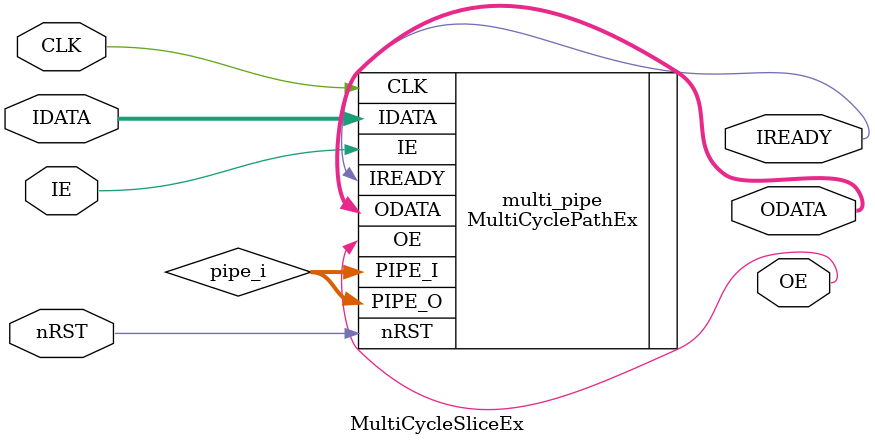
<source format=v>
`ifndef __TESTDRIVE_MULTICYCLE_SLICE_EX_V__
`define __TESTDRIVE_MULTICYCLE_SLICE_EX_V__
`include "testdrive_system.vh"

module MultiCycleSliceEx #(
	parameter		WIDTH			= 4,				// control width
	parameter		CYCLE			= 2,				// must >= 2
	parameter		COUNT			= 1					// instance count (must be < CYCLES)
) (
	input							CLK,				// clock
	input							nRST,				// reset (active low)
	// control input
	input							IE,					// input enable
	input	[WIDTH-1:0]				IDATA,				// input data
	output							IREADY,				// input ready
	// control output
	output							OE,					// output enable
	output	[WIDTH-1:0]				ODATA				// output data
);
// synopsys template

// register definition & assignment ------------------------------------------
wire	[(WIDTH*COUNT)-1:0]	pipe_i;

// implementation ------------------------------------------------------------
MultiCyclePathEx #(
	.IWIDTH		(WIDTH),
	.OWIDTH		(WIDTH),
	.CYCLE		(CYCLE),
	.COUNT		(COUNT)
) multi_pipe (
	.CLK		(CLK),
	.nRST		(nRST),
	.IE			(IE),
	.IDATA		(IDATA),
	.IREADY		(IREADY),
	.PIPE_I		(pipe_i),
	.PIPE_O		(pipe_i),
	.OE			(OE),
	.ODATA		(ODATA)
);

endmodule

`endif//__TESTDRIVE_MULTICYCLE_SLICE_EX_V__

</source>
